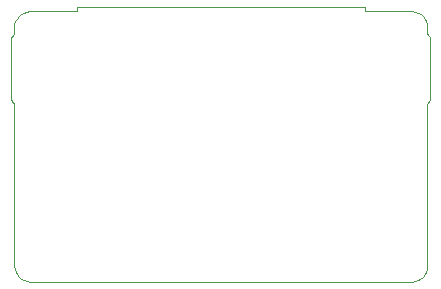
<source format=gbr>
G04 #@! TF.FileFunction,Profile,NP*
%FSLAX46Y46*%
G04 Gerber Fmt 4.6, Leading zero omitted, Abs format (unit mm)*
G04 Created by KiCad (PCBNEW 4.0.7-e0-6372~58~ubuntu16.04.1) date Tue Jul 31 17:24:41 2018*
%MOMM*%
%LPD*%
G01*
G04 APERTURE LIST*
%ADD10C,0.100000*%
G04 APERTURE END LIST*
D10*
X74616058Y-46982974D02*
X74616058Y-47026664D01*
X74616058Y-47026664D02*
X74616058Y-47070354D01*
X74616058Y-47070354D02*
X74616058Y-47114044D01*
X74616058Y-47114044D02*
X74616058Y-47157734D01*
X74616058Y-47157734D02*
X74616058Y-47201424D01*
X74616058Y-47201424D02*
X74616058Y-47245114D01*
X74616058Y-47245114D02*
X74616058Y-47288804D01*
X74616058Y-47288804D02*
X74616058Y-47332494D01*
X74616058Y-47332494D02*
X74120040Y-47332494D01*
X74120040Y-47332494D02*
X73624023Y-47332494D01*
X73624023Y-47332494D02*
X73128005Y-47332494D01*
X73128005Y-47332494D02*
X72631987Y-47332494D01*
X72631987Y-47332494D02*
X72135970Y-47332494D01*
X72135970Y-47332494D02*
X71639952Y-47332494D01*
X71639952Y-47332494D02*
X71143935Y-47332494D01*
X71143935Y-47332494D02*
X70647917Y-47332494D01*
X70647917Y-47332494D02*
X70375401Y-47361314D01*
X70375401Y-47361314D02*
X70123043Y-47443554D01*
X70123043Y-47443554D02*
X69895829Y-47572965D01*
X69895829Y-47572965D02*
X69698745Y-47743282D01*
X69698745Y-47743282D02*
X69536777Y-47948237D01*
X69536777Y-47948237D02*
X69414913Y-48181571D01*
X69414913Y-48181571D02*
X69338137Y-48437019D01*
X69338137Y-48437019D02*
X69311439Y-48708309D01*
X69311439Y-48708309D02*
X69311439Y-48767259D01*
X69311439Y-48767259D02*
X69311439Y-48826209D01*
X69311439Y-48826209D02*
X69311439Y-48885159D01*
X69311439Y-48885159D02*
X69311439Y-48944109D01*
X69311439Y-48944109D02*
X69311439Y-49003059D01*
X69311439Y-49003059D02*
X69311439Y-49062019D01*
X69311439Y-49062019D02*
X69311439Y-49120969D01*
X69311439Y-49120969D02*
X69311439Y-49179929D01*
X69311439Y-49179929D02*
X69311439Y-49188129D01*
X69311439Y-49188129D02*
X69311439Y-49196329D01*
X69311439Y-49196329D02*
X69311439Y-49204529D01*
X69311439Y-49204529D02*
X69311439Y-49212729D01*
X69311439Y-49212729D02*
X69311439Y-49220929D01*
X69311439Y-49220929D02*
X69311439Y-49229129D01*
X69311439Y-49229129D02*
X69311439Y-49237329D01*
X69311439Y-49237329D02*
X69311439Y-49245529D01*
X69311439Y-49245529D02*
X69281579Y-49284849D01*
X69281579Y-49284849D02*
X69251719Y-49324169D01*
X69251719Y-49324169D02*
X69221859Y-49363489D01*
X69221859Y-49363489D02*
X69191999Y-49402809D01*
X69191999Y-49402809D02*
X69162139Y-49442129D01*
X69162139Y-49442129D02*
X69132279Y-49481449D01*
X69132279Y-49481449D02*
X69102419Y-49520769D01*
X69102419Y-49520769D02*
X69072559Y-49560089D01*
X69072559Y-49560089D02*
X69073779Y-50219585D01*
X69073779Y-50219585D02*
X69074999Y-50879081D01*
X69074999Y-50879081D02*
X69076219Y-51538578D01*
X69076219Y-51538578D02*
X69077439Y-52198074D01*
X69077439Y-52198074D02*
X69078659Y-52857570D01*
X69078659Y-52857570D02*
X69079879Y-53517066D01*
X69079879Y-53517066D02*
X69081099Y-54176563D01*
X69081099Y-54176563D02*
X69082319Y-54836060D01*
X69082319Y-54836060D02*
X69116870Y-54881620D01*
X69116870Y-54881620D02*
X69151421Y-54927190D01*
X69151421Y-54927190D02*
X69185976Y-54972750D01*
X69185976Y-54972750D02*
X69220527Y-55018310D01*
X69220527Y-55018310D02*
X69255078Y-55063880D01*
X69255078Y-55063880D02*
X69289633Y-55109440D01*
X69289633Y-55109440D02*
X69324184Y-55155010D01*
X69324184Y-55155010D02*
X69358735Y-55200570D01*
X69358735Y-55200570D02*
X69358735Y-55265650D01*
X69358735Y-55265650D02*
X69358735Y-55330730D01*
X69358735Y-55330730D02*
X69358735Y-55395810D01*
X69358735Y-55395810D02*
X69358735Y-55460890D01*
X69358735Y-55460890D02*
X69358735Y-55525970D01*
X69358735Y-55525970D02*
X69358735Y-55591050D01*
X69358735Y-55591050D02*
X69358735Y-55656130D01*
X69358735Y-55656130D02*
X69358735Y-55721210D01*
X69358735Y-55721210D02*
X69358735Y-57363700D01*
X69358735Y-57363700D02*
X69358735Y-59006192D01*
X69358735Y-59006192D02*
X69358735Y-60648685D01*
X69358735Y-60648685D02*
X69358735Y-62291174D01*
X69358735Y-62291174D02*
X69358735Y-63933667D01*
X69358735Y-63933667D02*
X69358735Y-65576160D01*
X69358735Y-65576160D02*
X69358735Y-67218649D01*
X69358735Y-67218649D02*
X69358735Y-68861142D01*
X69358735Y-68861142D02*
X69358735Y-68861217D01*
X69358735Y-68861217D02*
X69358735Y-68861292D01*
X69358735Y-68861292D02*
X69358735Y-68861371D01*
X69358735Y-68861371D02*
X69358735Y-68861446D01*
X69358735Y-68861446D02*
X69358735Y-68861521D01*
X69358735Y-68861521D02*
X69358735Y-68861596D01*
X69358735Y-68861596D02*
X69358735Y-68861672D01*
X69358735Y-68861672D02*
X69358735Y-68861747D01*
X69358735Y-68861747D02*
X69384626Y-69125643D01*
X69384626Y-69125643D02*
X69457408Y-69375356D01*
X69457408Y-69375356D02*
X69572956Y-69604405D01*
X69572956Y-69604405D02*
X69727146Y-69806328D01*
X69727146Y-69806328D02*
X69915849Y-69974645D01*
X69915849Y-69974645D02*
X70134942Y-70102883D01*
X70134942Y-70102883D02*
X70380298Y-70184573D01*
X70380298Y-70184573D02*
X70647793Y-70213243D01*
X70647793Y-70213243D02*
X74690004Y-70213243D01*
X74690004Y-70213243D02*
X78732215Y-70213243D01*
X78732215Y-70213243D02*
X82774427Y-70213243D01*
X82774427Y-70213243D02*
X86816637Y-70213243D01*
X86816637Y-70213243D02*
X90858849Y-70213243D01*
X90858849Y-70213243D02*
X94901061Y-70213243D01*
X94901061Y-70213243D02*
X98943269Y-70213243D01*
X98943269Y-70213243D02*
X102985481Y-70213243D01*
X102985481Y-70213243D02*
X103254868Y-70185323D01*
X103254868Y-70185323D02*
X103505185Y-70105423D01*
X103505185Y-70105423D02*
X103731246Y-69979357D01*
X103731246Y-69979357D02*
X103927845Y-69812957D01*
X103927845Y-69812957D02*
X104089799Y-69612039D01*
X104089799Y-69612039D02*
X104211911Y-69382422D01*
X104211911Y-69382422D02*
X104288991Y-69129928D01*
X104288991Y-69129928D02*
X104315841Y-68860377D01*
X104315841Y-68860377D02*
X104315841Y-67184962D01*
X104315841Y-67184962D02*
X104315841Y-65509549D01*
X104315841Y-65509549D02*
X104315841Y-63834133D01*
X104315841Y-63834133D02*
X104315841Y-62158719D01*
X104315841Y-62158719D02*
X104315841Y-60483305D01*
X104315841Y-60483305D02*
X104315841Y-58807891D01*
X104315841Y-58807891D02*
X104315841Y-57132475D01*
X104315841Y-57132475D02*
X104315841Y-55457061D01*
X104315841Y-55457061D02*
X104315841Y-55423121D01*
X104315841Y-55423121D02*
X104315841Y-55389181D01*
X104315841Y-55389181D02*
X104315841Y-55355241D01*
X104315841Y-55355241D02*
X104315841Y-55321301D01*
X104315841Y-55321301D02*
X104315841Y-55287361D01*
X104315841Y-55287361D02*
X104315841Y-55253421D01*
X104315841Y-55253421D02*
X104315841Y-55219481D01*
X104315841Y-55219481D02*
X104315841Y-55185541D01*
X104315841Y-55185541D02*
X104345091Y-55139951D01*
X104345091Y-55139951D02*
X104374341Y-55094361D01*
X104374341Y-55094361D02*
X104403591Y-55048771D01*
X104403591Y-55048771D02*
X104432841Y-55003181D01*
X104432841Y-55003181D02*
X104462091Y-54957591D01*
X104462091Y-54957591D02*
X104491341Y-54912001D01*
X104491341Y-54912001D02*
X104520591Y-54866411D01*
X104520591Y-54866411D02*
X104549841Y-54820821D01*
X104549841Y-54820821D02*
X104550941Y-54163425D01*
X104550941Y-54163425D02*
X104552041Y-53506030D01*
X104552041Y-53506030D02*
X104553141Y-52848630D01*
X104553141Y-52848630D02*
X104554241Y-52191235D01*
X104554241Y-52191235D02*
X104555341Y-51533839D01*
X104555341Y-51533839D02*
X104556441Y-50876442D01*
X104556441Y-50876442D02*
X104557541Y-50219044D01*
X104557541Y-50219044D02*
X104558641Y-49561647D01*
X104558641Y-49561647D02*
X104529171Y-49522297D01*
X104529171Y-49522297D02*
X104499701Y-49482947D01*
X104499701Y-49482947D02*
X104470231Y-49443597D01*
X104470231Y-49443597D02*
X104440761Y-49404247D01*
X104440761Y-49404247D02*
X104411301Y-49364897D01*
X104411301Y-49364897D02*
X104381831Y-49325547D01*
X104381831Y-49325547D02*
X104352361Y-49286197D01*
X104352361Y-49286197D02*
X104322891Y-49246847D01*
X104322891Y-49246847D02*
X104322891Y-49233947D01*
X104322891Y-49233947D02*
X104322891Y-49221047D01*
X104322891Y-49221047D02*
X104322891Y-49208147D01*
X104322891Y-49208147D02*
X104322891Y-49195247D01*
X104322891Y-49195247D02*
X104322891Y-49182347D01*
X104322891Y-49182347D02*
X104322891Y-49169447D01*
X104322891Y-49169447D02*
X104322891Y-49156547D01*
X104322891Y-49156547D02*
X104322891Y-49143647D01*
X104322891Y-49143647D02*
X104322891Y-49089497D01*
X104322891Y-49089497D02*
X104322891Y-49035357D01*
X104322891Y-49035357D02*
X104322891Y-48981227D01*
X104322891Y-48981227D02*
X104322891Y-48927097D01*
X104322891Y-48927097D02*
X104322891Y-48872947D01*
X104322891Y-48872947D02*
X104322891Y-48818807D01*
X104322891Y-48818807D02*
X104322891Y-48764677D01*
X104322891Y-48764677D02*
X104322891Y-48710537D01*
X104322891Y-48710537D02*
X104297441Y-48438142D01*
X104297441Y-48438142D02*
X104221051Y-48181995D01*
X104221051Y-48181995D02*
X104098939Y-47948282D01*
X104098939Y-47948282D02*
X103936303Y-47743190D01*
X103936303Y-47743190D02*
X103738342Y-47572909D01*
X103738342Y-47572909D02*
X103510246Y-47443618D01*
X103510246Y-47443618D02*
X103257215Y-47361518D01*
X103257215Y-47361518D02*
X102984447Y-47332768D01*
X102984447Y-47332768D02*
X102493125Y-47332768D01*
X102493125Y-47332768D02*
X102001798Y-47332768D01*
X102001798Y-47332768D02*
X101510476Y-47332768D01*
X101510476Y-47332768D02*
X101019150Y-47332768D01*
X101019150Y-47332768D02*
X100527827Y-47332768D01*
X100527827Y-47332768D02*
X100036501Y-47332768D01*
X100036501Y-47332768D02*
X99545174Y-47332768D01*
X99545174Y-47332768D02*
X99053852Y-47332768D01*
X99053852Y-47332768D02*
X99053852Y-47289048D01*
X99053852Y-47289048D02*
X99053852Y-47245328D01*
X99053852Y-47245328D02*
X99053852Y-47201618D01*
X99053852Y-47201618D02*
X99053852Y-47157898D01*
X99053852Y-47157898D02*
X99053852Y-47114188D01*
X99053852Y-47114188D02*
X99053852Y-47070468D01*
X99053852Y-47070468D02*
X99053852Y-47026748D01*
X99053852Y-47026748D02*
X99053852Y-46983038D01*
X99053852Y-46983038D02*
X95998981Y-46983038D01*
X95998981Y-46983038D02*
X92944114Y-46983038D01*
X92944114Y-46983038D02*
X89889244Y-46983038D01*
X89889244Y-46983038D02*
X86834377Y-46983038D01*
X86834377Y-46983038D02*
X83779508Y-46983038D01*
X83779508Y-46983038D02*
X80724639Y-46983038D01*
X80724639Y-46983038D02*
X77669770Y-46983038D01*
X77669770Y-46983038D02*
X74614902Y-46983038D01*
X74614902Y-46983038D02*
X74614901Y-46983035D01*
X74614901Y-46983035D02*
X74614900Y-46983035D01*
X74614900Y-46983035D02*
X74614899Y-46983032D01*
X74614899Y-46983032D02*
X74614898Y-46983032D01*
X74614898Y-46983032D02*
X74614897Y-46983028D01*
X74614897Y-46983028D02*
X74614896Y-46983028D01*
X74614896Y-46983028D02*
X74614895Y-46983025D01*
X74614895Y-46983025D02*
X74616225Y-46982874D01*
X74616225Y-46982874D02*
X74616058Y-46982974D01*
M02*

</source>
